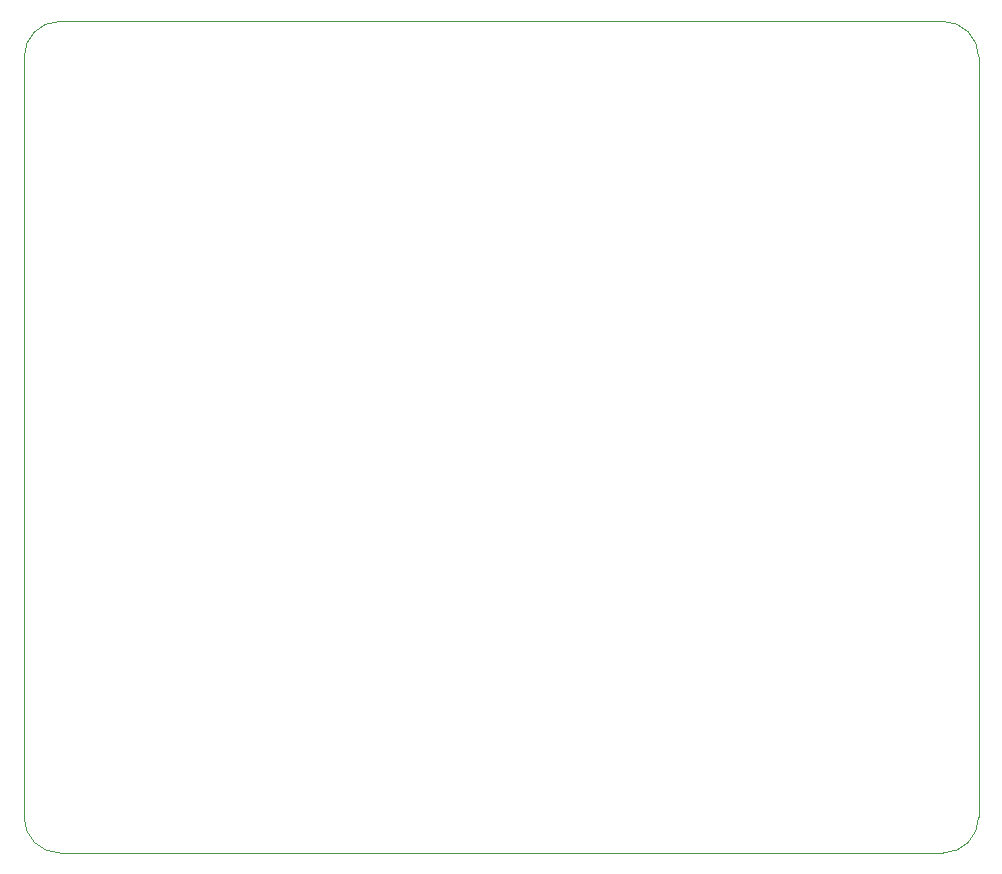
<source format=gbr>
%TF.GenerationSoftware,KiCad,Pcbnew,8.0.3*%
%TF.CreationDate,2024-07-08T01:17:26+08:00*%
%TF.ProjectId,First_pcb,46697273-745f-4706-9362-2e6b69636164,rev?*%
%TF.SameCoordinates,Original*%
%TF.FileFunction,Profile,NP*%
%FSLAX46Y46*%
G04 Gerber Fmt 4.6, Leading zero omitted, Abs format (unit mm)*
G04 Created by KiCad (PCBNEW 8.0.3) date 2024-07-08 01:17:26*
%MOMM*%
%LPD*%
G01*
G04 APERTURE LIST*
%TA.AperFunction,Profile*%
%ADD10C,0.050000*%
%TD*%
G04 APERTURE END LIST*
D10*
X86200000Y-104500000D02*
X86200000Y-40100000D01*
X164000000Y-107500000D02*
X89200000Y-107500000D01*
X167000000Y-40100000D02*
X167000000Y-104500000D01*
X89200000Y-37100000D02*
X164000000Y-37100000D01*
X89200000Y-107500000D02*
G75*
G02*
X86200000Y-104500000I0J3000000D01*
G01*
X167000000Y-104500000D02*
G75*
G02*
X164000000Y-107500000I-3000000J0D01*
G01*
X86200000Y-40100000D02*
G75*
G02*
X89200000Y-37100000I3000000J0D01*
G01*
X164000000Y-37100000D02*
G75*
G02*
X167000000Y-40100000I0J-3000000D01*
G01*
M02*

</source>
